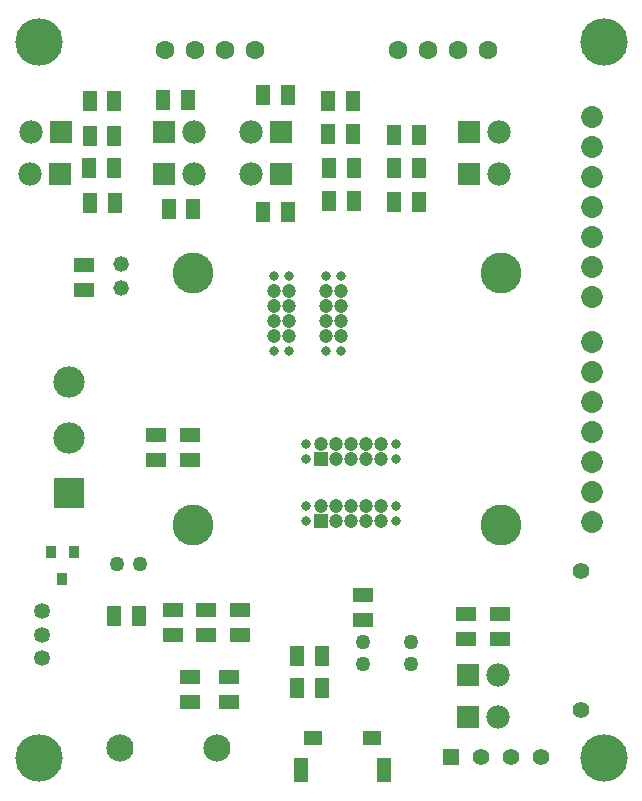
<source format=gbs>
G04*
G04 #@! TF.GenerationSoftware,Altium Limited,Altium Designer,23.0.1 (38)*
G04*
G04 Layer_Color=16711935*
%FSLAX25Y25*%
%MOIN*%
G70*
G04*
G04 #@! TF.SameCoordinates,E0BBA437-4333-49BD-AE1E-3590298AE75E*
G04*
G04*
G04 #@! TF.FilePolarity,Negative*
G04*
G01*
G75*
%ADD30R,0.03556X0.04343*%
%ADD35R,0.05131X0.07099*%
%ADD37R,0.07099X0.05131*%
%ADD41C,0.05485*%
%ADD42C,0.13674*%
%ADD43C,0.03241*%
%ADD44C,0.04737*%
%ADD45R,0.04737X0.04737*%
%ADD46C,0.05000*%
%ADD47C,0.07296*%
%ADD48C,0.07800*%
%ADD49R,0.07800X0.07800*%
%ADD50C,0.06300*%
%ADD51C,0.09068*%
%ADD52C,0.15800*%
%ADD53C,0.05200*%
%ADD54C,0.05300*%
%ADD55R,0.05500X0.05500*%
%ADD56C,0.05500*%
%ADD57R,0.10446X0.10446*%
%ADD58C,0.10446*%
%ADD59R,0.05131X0.07887*%
%ADD60R,0.06312X0.04737*%
D30*
X14960Y79628D02*
D03*
X22440D02*
D03*
X18700Y70572D02*
D03*
D35*
X105302Y34200D02*
D03*
X97035D02*
D03*
X54066Y193900D02*
D03*
X62334D02*
D03*
X52166Y230200D02*
D03*
X60434D02*
D03*
X36034Y230000D02*
D03*
X27766D02*
D03*
X27666Y207600D02*
D03*
X35934D02*
D03*
X27766Y218200D02*
D03*
X36034D02*
D03*
X36234Y196000D02*
D03*
X27966D02*
D03*
X107466Y196500D02*
D03*
X115734D02*
D03*
Y207700D02*
D03*
X107466D02*
D03*
X107366Y219100D02*
D03*
X115634D02*
D03*
Y229900D02*
D03*
X107366D02*
D03*
X137534Y207700D02*
D03*
X129266D02*
D03*
X129366Y196400D02*
D03*
X137634D02*
D03*
X129266Y218800D02*
D03*
X137534D02*
D03*
X93834Y192900D02*
D03*
X85566D02*
D03*
X85666Y231900D02*
D03*
X93934D02*
D03*
X97035Y45100D02*
D03*
X105302D02*
D03*
X44134Y58300D02*
D03*
X35866D02*
D03*
D37*
X77900Y60334D02*
D03*
Y52066D02*
D03*
X55500Y60334D02*
D03*
Y52066D02*
D03*
X118800Y56966D02*
D03*
Y65234D02*
D03*
X49900Y118734D02*
D03*
Y110466D02*
D03*
X61200D02*
D03*
Y118734D02*
D03*
X25900Y167066D02*
D03*
Y175334D02*
D03*
X66500Y52066D02*
D03*
Y60334D02*
D03*
X74300Y38034D02*
D03*
Y29766D02*
D03*
X61300Y38034D02*
D03*
Y29766D02*
D03*
X164500Y59034D02*
D03*
Y50766D02*
D03*
X153300D02*
D03*
Y59034D02*
D03*
D41*
X191700Y73200D02*
D03*
Y27000D02*
D03*
D42*
X62200Y172700D02*
D03*
X164900D02*
D03*
X62200Y88800D02*
D03*
X164900D02*
D03*
D43*
X106500Y171600D02*
D03*
X111500D02*
D03*
X106500Y146600D02*
D03*
X111500D02*
D03*
X89300Y171600D02*
D03*
X94300D02*
D03*
X89300Y146600D02*
D03*
X94300D02*
D03*
X100000Y89900D02*
D03*
Y94900D02*
D03*
X130000Y89900D02*
D03*
Y94900D02*
D03*
X100000Y110800D02*
D03*
Y115800D02*
D03*
X130000Y110800D02*
D03*
Y115800D02*
D03*
D44*
X106500Y166600D02*
D03*
X111500D02*
D03*
X106500Y161600D02*
D03*
X111500D02*
D03*
X106500Y156600D02*
D03*
X111500D02*
D03*
X106500Y151600D02*
D03*
X111500D02*
D03*
X89300Y166600D02*
D03*
X94300D02*
D03*
X89300Y161600D02*
D03*
X94300D02*
D03*
X89300Y156600D02*
D03*
X94300D02*
D03*
X89300Y151600D02*
D03*
X94300D02*
D03*
X125000Y94900D02*
D03*
Y89900D02*
D03*
X120000Y94900D02*
D03*
Y89900D02*
D03*
X115000Y94900D02*
D03*
Y89900D02*
D03*
X110000Y94900D02*
D03*
Y89900D02*
D03*
X105000Y94900D02*
D03*
X125000Y115800D02*
D03*
Y110800D02*
D03*
X120000Y115800D02*
D03*
Y110800D02*
D03*
X115000Y115800D02*
D03*
Y110800D02*
D03*
X110000Y115800D02*
D03*
Y110800D02*
D03*
X105000Y115800D02*
D03*
D45*
Y89900D02*
D03*
Y110800D02*
D03*
D46*
X44400Y75482D02*
D03*
X37000D02*
D03*
X134800Y49700D02*
D03*
Y42300D02*
D03*
X118900D02*
D03*
Y49700D02*
D03*
D47*
X195300Y224700D02*
D03*
Y214700D02*
D03*
Y204700D02*
D03*
Y194700D02*
D03*
Y184700D02*
D03*
Y174700D02*
D03*
Y164700D02*
D03*
Y149800D02*
D03*
Y139800D02*
D03*
Y129800D02*
D03*
Y119800D02*
D03*
Y109800D02*
D03*
Y99800D02*
D03*
Y89800D02*
D03*
D48*
X163800Y24600D02*
D03*
X81600Y219500D02*
D03*
Y205700D02*
D03*
X62500D02*
D03*
X7900D02*
D03*
X164200Y219500D02*
D03*
Y205700D02*
D03*
X163900Y38500D02*
D03*
X8100Y219500D02*
D03*
X62500D02*
D03*
D49*
X153800Y24600D02*
D03*
X91600Y219500D02*
D03*
Y205700D02*
D03*
X52500D02*
D03*
X17900D02*
D03*
X154200Y219500D02*
D03*
Y205700D02*
D03*
X153900Y38500D02*
D03*
X18100Y219500D02*
D03*
X52500D02*
D03*
D50*
X82900Y247100D02*
D03*
X72900D02*
D03*
X62900D02*
D03*
X52900D02*
D03*
X130400D02*
D03*
X140400D02*
D03*
X150400D02*
D03*
X160400D02*
D03*
D51*
X70200Y14200D02*
D03*
X38000D02*
D03*
D52*
X10900Y10900D02*
D03*
X199100Y249500D02*
D03*
Y10900D02*
D03*
X10900Y249500D02*
D03*
D53*
X38100Y175474D02*
D03*
Y167600D02*
D03*
D54*
X12000Y44226D02*
D03*
Y52100D02*
D03*
Y59974D02*
D03*
D55*
X148300Y11400D02*
D03*
D56*
X158300D02*
D03*
X168300D02*
D03*
X178300D02*
D03*
D57*
X21000Y99296D02*
D03*
D58*
Y117800D02*
D03*
Y136304D02*
D03*
D59*
X98259Y7089D02*
D03*
X125839D02*
D03*
D60*
X102216Y17719D02*
D03*
X121902D02*
D03*
M02*

</source>
